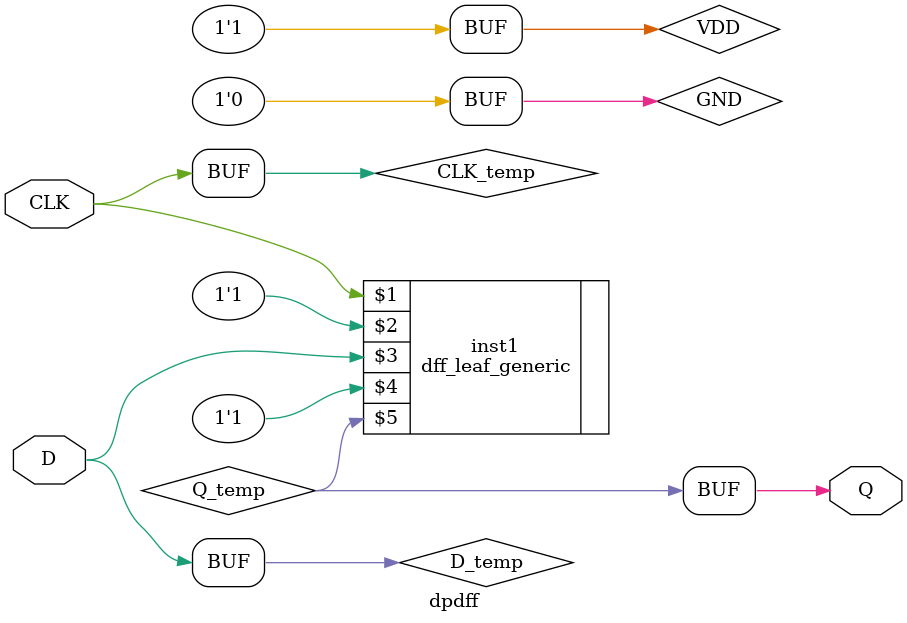
<source format=v>
module dpdff(CLK,D,Q);
  parameter BIT = 0;
  parameter COLINST = "0";
  parameter GROUP = "dpath1";
  parameter
        d_CLK_r = 0,
        d_CLK_f = 0,
        d_D_r = 0,
        d_D_f = 0,
        d_Q_r = 1,
        d_Q_f = 1;
  input  CLK;
  input  D;
  output  Q;
  wire  CLK_temp;
  wire  D_temp;
  wire  Q_temp;
  supply0  GND;
  supply1  VDD;
  assign #(d_CLK_r,d_CLK_f) CLK_temp = CLK;
  assign #(d_D_r,d_D_f) D_temp = D;
  assign #(d_Q_r,d_Q_f) Q = Q_temp;
  dff_leaf_generic inst1 (CLK_temp,VDD,D_temp,VDD,Q_temp);
  specify
    specparam
      t_hold_D = 0,
      t_setup_D = 0;
    $hold(posedge CLK , D , t_hold_D);
    $setup(D , posedge CLK , t_setup_D);
  endspecify
endmodule

</source>
